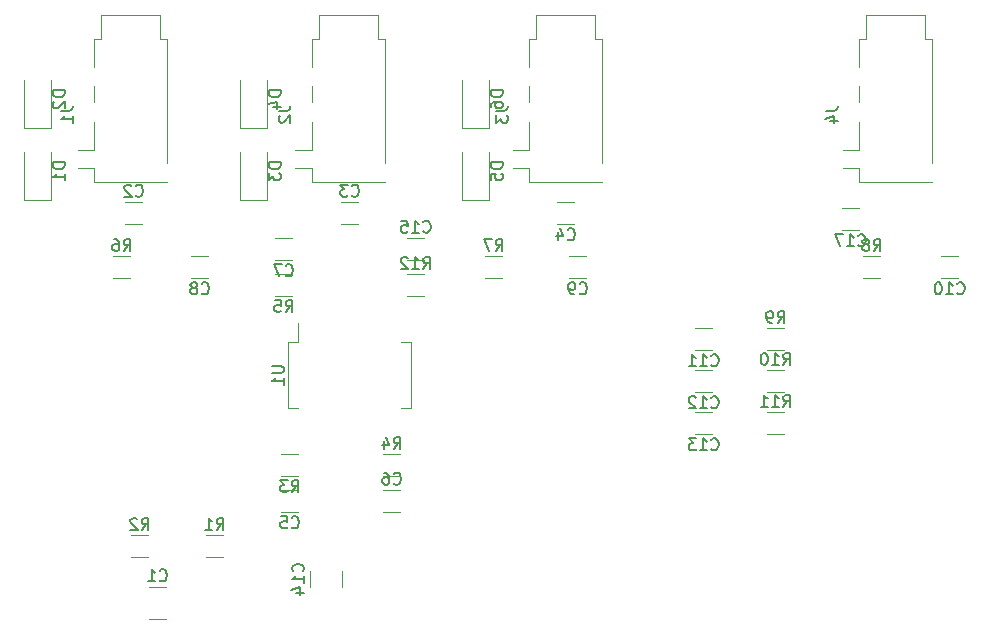
<source format=gbr>
%TF.GenerationSoftware,KiCad,Pcbnew,5.1.7-a382d34a8~87~ubuntu20.04.1*%
%TF.CreationDate,2020-10-16T18:55:23+02:00*%
%TF.ProjectId,3Channel-PiezoAmp,33436861-6e6e-4656-9c2d-5069657a6f41,rev?*%
%TF.SameCoordinates,Original*%
%TF.FileFunction,Legend,Bot*%
%TF.FilePolarity,Positive*%
%FSLAX46Y46*%
G04 Gerber Fmt 4.6, Leading zero omitted, Abs format (unit mm)*
G04 Created by KiCad (PCBNEW 5.1.7-a382d34a8~87~ubuntu20.04.1) date 2020-10-16 18:55:23*
%MOMM*%
%LPD*%
G01*
G04 APERTURE LIST*
%ADD10C,0.120000*%
%ADD11C,0.150000*%
G04 APERTURE END LIST*
D10*
%TO.C,C1*%
X55067252Y-99732000D02*
X53644748Y-99732000D01*
X55067252Y-102452000D02*
X53644748Y-102452000D01*
%TO.C,C14*%
X67220000Y-98348748D02*
X67220000Y-99771252D01*
X69940000Y-98348748D02*
X69940000Y-99771252D01*
%TO.C,D1*%
X45331000Y-62916000D02*
X45331000Y-66976000D01*
X45331000Y-66976000D02*
X43061000Y-66976000D01*
X43061000Y-66976000D02*
X43061000Y-62916000D01*
%TO.C,D2*%
X43061000Y-60880000D02*
X43061000Y-56820000D01*
X45331000Y-60880000D02*
X43061000Y-60880000D01*
X45331000Y-56820000D02*
X45331000Y-60880000D01*
%TO.C,D3*%
X63619000Y-62916000D02*
X63619000Y-66976000D01*
X63619000Y-66976000D02*
X61349000Y-66976000D01*
X61349000Y-66976000D02*
X61349000Y-62916000D01*
%TO.C,D4*%
X61349000Y-60880000D02*
X61349000Y-56820000D01*
X63619000Y-60880000D02*
X61349000Y-60880000D01*
X63619000Y-56820000D02*
X63619000Y-60880000D01*
%TO.C,D5*%
X80145000Y-66976000D02*
X80145000Y-62916000D01*
X82415000Y-66976000D02*
X80145000Y-66976000D01*
X82415000Y-62916000D02*
X82415000Y-66976000D01*
%TO.C,D6*%
X82415000Y-56820000D02*
X82415000Y-60880000D01*
X82415000Y-60880000D02*
X80145000Y-60880000D01*
X80145000Y-60880000D02*
X80145000Y-56820000D01*
%TO.C,R1*%
X59909064Y-95356000D02*
X58454936Y-95356000D01*
X59909064Y-97176000D02*
X58454936Y-97176000D01*
%TO.C,R2*%
X53559064Y-97176000D02*
X52104936Y-97176000D01*
X53559064Y-95356000D02*
X52104936Y-95356000D01*
%TO.C,R3*%
X64804936Y-90318000D02*
X66259064Y-90318000D01*
X64804936Y-88498000D02*
X66259064Y-88498000D01*
%TO.C,R4*%
X74895064Y-90318000D02*
X73440936Y-90318000D01*
X74895064Y-88498000D02*
X73440936Y-88498000D01*
%TO.C,R5*%
X64296936Y-75078000D02*
X65751064Y-75078000D01*
X64296936Y-73258000D02*
X65751064Y-73258000D01*
%TO.C,R6*%
X52035064Y-73554000D02*
X50580936Y-73554000D01*
X52035064Y-71734000D02*
X50580936Y-71734000D01*
%TO.C,R7*%
X83531064Y-71734000D02*
X82076936Y-71734000D01*
X83531064Y-73554000D02*
X82076936Y-73554000D01*
%TO.C,R8*%
X115535064Y-71734000D02*
X114080936Y-71734000D01*
X115535064Y-73554000D02*
X114080936Y-73554000D01*
%TO.C,R9*%
X107407064Y-77830000D02*
X105952936Y-77830000D01*
X107407064Y-79650000D02*
X105952936Y-79650000D01*
%TO.C,R10*%
X107407064Y-83206000D02*
X105952936Y-83206000D01*
X107407064Y-81386000D02*
X105952936Y-81386000D01*
%TO.C,R11*%
X107407064Y-86762000D02*
X105952936Y-86762000D01*
X107407064Y-84942000D02*
X105952936Y-84942000D01*
%TO.C,R12*%
X76927064Y-75078000D02*
X75472936Y-75078000D01*
X76927064Y-73258000D02*
X75472936Y-73258000D01*
%TO.C,U1*%
X66242000Y-79028000D02*
X66242000Y-77338000D01*
X65402000Y-79028000D02*
X66242000Y-79028000D01*
X65402000Y-81788000D02*
X65402000Y-79028000D01*
X65402000Y-84548000D02*
X66242000Y-84548000D01*
X65402000Y-81788000D02*
X65402000Y-84548000D01*
X75822000Y-79028000D02*
X74982000Y-79028000D01*
X75822000Y-81788000D02*
X75822000Y-79028000D01*
X75822000Y-84548000D02*
X74982000Y-84548000D01*
X75822000Y-81788000D02*
X75822000Y-84548000D01*
%TO.C,C2*%
X53035252Y-68982000D02*
X51612748Y-68982000D01*
X53035252Y-67162000D02*
X51612748Y-67162000D01*
%TO.C,C3*%
X71323252Y-68982000D02*
X69900748Y-68982000D01*
X71323252Y-67162000D02*
X69900748Y-67162000D01*
%TO.C,C4*%
X88188748Y-67162000D02*
X89611252Y-67162000D01*
X88188748Y-68982000D02*
X89611252Y-68982000D01*
%TO.C,C5*%
X64820748Y-93366000D02*
X66243252Y-93366000D01*
X64820748Y-91546000D02*
X66243252Y-91546000D01*
%TO.C,C6*%
X74879252Y-93366000D02*
X73456748Y-93366000D01*
X74879252Y-91546000D02*
X73456748Y-91546000D01*
%TO.C,C7*%
X64312748Y-72030000D02*
X65735252Y-72030000D01*
X64312748Y-70210000D02*
X65735252Y-70210000D01*
%TO.C,C8*%
X57200748Y-71734000D02*
X58623252Y-71734000D01*
X57200748Y-73554000D02*
X58623252Y-73554000D01*
%TO.C,C9*%
X89204748Y-71734000D02*
X90627252Y-71734000D01*
X89204748Y-73554000D02*
X90627252Y-73554000D01*
%TO.C,C10*%
X120700748Y-73554000D02*
X122123252Y-73554000D01*
X120700748Y-71734000D02*
X122123252Y-71734000D01*
%TO.C,C11*%
X99872748Y-79650000D02*
X101295252Y-79650000D01*
X99872748Y-77830000D02*
X101295252Y-77830000D01*
%TO.C,C12*%
X99872748Y-83206000D02*
X101295252Y-83206000D01*
X99872748Y-81386000D02*
X101295252Y-81386000D01*
%TO.C,C13*%
X99872748Y-86762000D02*
X101295252Y-86762000D01*
X99872748Y-84942000D02*
X101295252Y-84942000D01*
%TO.C,C15*%
X76911252Y-70210000D02*
X75488748Y-70210000D01*
X76911252Y-72030000D02*
X75488748Y-72030000D01*
%TO.C,C17*%
X112318748Y-67670000D02*
X113741252Y-67670000D01*
X112318748Y-69490000D02*
X113741252Y-69490000D01*
%TO.C,J1*%
X48970000Y-62740000D02*
X47570000Y-62740000D01*
X48970000Y-64290000D02*
X47570000Y-64290000D01*
X55170000Y-63840000D02*
X55170000Y-53315000D01*
X48970000Y-64290000D02*
X48970000Y-65415000D01*
X48970000Y-60340000D02*
X48970000Y-62740000D01*
X48970000Y-57340000D02*
X48970000Y-58690000D01*
X48970000Y-53315000D02*
X48970000Y-55690000D01*
X55170000Y-65415000D02*
X48970000Y-65415000D01*
X48970000Y-53315000D02*
X49570000Y-53315000D01*
X54570000Y-53315000D02*
X55170000Y-53315000D01*
X49570000Y-51315000D02*
X54570000Y-51315000D01*
X49570000Y-53315000D02*
X49570000Y-51315000D01*
X54570000Y-53315000D02*
X54570000Y-51315000D01*
%TO.C,J2*%
X72985000Y-53315000D02*
X72985000Y-51315000D01*
X67985000Y-53315000D02*
X67985000Y-51315000D01*
X67985000Y-51315000D02*
X72985000Y-51315000D01*
X72985000Y-53315000D02*
X73585000Y-53315000D01*
X67385000Y-53315000D02*
X67985000Y-53315000D01*
X73585000Y-65415000D02*
X67385000Y-65415000D01*
X67385000Y-53315000D02*
X67385000Y-55690000D01*
X67385000Y-57340000D02*
X67385000Y-58690000D01*
X67385000Y-60340000D02*
X67385000Y-62740000D01*
X67385000Y-64290000D02*
X67385000Y-65415000D01*
X73585000Y-63840000D02*
X73585000Y-53315000D01*
X67385000Y-64290000D02*
X65985000Y-64290000D01*
X67385000Y-62740000D02*
X65985000Y-62740000D01*
%TO.C,J3*%
X85800000Y-62740000D02*
X84400000Y-62740000D01*
X85800000Y-64290000D02*
X84400000Y-64290000D01*
X92000000Y-63840000D02*
X92000000Y-53315000D01*
X85800000Y-64290000D02*
X85800000Y-65415000D01*
X85800000Y-60340000D02*
X85800000Y-62740000D01*
X85800000Y-57340000D02*
X85800000Y-58690000D01*
X85800000Y-53315000D02*
X85800000Y-55690000D01*
X92000000Y-65415000D02*
X85800000Y-65415000D01*
X85800000Y-53315000D02*
X86400000Y-53315000D01*
X91400000Y-53315000D02*
X92000000Y-53315000D01*
X86400000Y-51315000D02*
X91400000Y-51315000D01*
X86400000Y-53315000D02*
X86400000Y-51315000D01*
X91400000Y-53315000D02*
X91400000Y-51315000D01*
%TO.C,J4*%
X119340000Y-53315000D02*
X119340000Y-51315000D01*
X114340000Y-53315000D02*
X114340000Y-51315000D01*
X114340000Y-51315000D02*
X119340000Y-51315000D01*
X119340000Y-53315000D02*
X119940000Y-53315000D01*
X113740000Y-53315000D02*
X114340000Y-53315000D01*
X119940000Y-65415000D02*
X113740000Y-65415000D01*
X113740000Y-53315000D02*
X113740000Y-55690000D01*
X113740000Y-57340000D02*
X113740000Y-58690000D01*
X113740000Y-60340000D02*
X113740000Y-62740000D01*
X113740000Y-64290000D02*
X113740000Y-65415000D01*
X119940000Y-63840000D02*
X119940000Y-53315000D01*
X113740000Y-64290000D02*
X112340000Y-64290000D01*
X113740000Y-62740000D02*
X112340000Y-62740000D01*
%TO.C,C1*%
D11*
X54522666Y-99149142D02*
X54570285Y-99196761D01*
X54713142Y-99244380D01*
X54808380Y-99244380D01*
X54951238Y-99196761D01*
X55046476Y-99101523D01*
X55094095Y-99006285D01*
X55141714Y-98815809D01*
X55141714Y-98672952D01*
X55094095Y-98482476D01*
X55046476Y-98387238D01*
X54951238Y-98292000D01*
X54808380Y-98244380D01*
X54713142Y-98244380D01*
X54570285Y-98292000D01*
X54522666Y-98339619D01*
X53570285Y-99244380D02*
X54141714Y-99244380D01*
X53856000Y-99244380D02*
X53856000Y-98244380D01*
X53951238Y-98387238D01*
X54046476Y-98482476D01*
X54141714Y-98530095D01*
%TO.C,C14*%
X66637142Y-98417142D02*
X66684761Y-98369523D01*
X66732380Y-98226666D01*
X66732380Y-98131428D01*
X66684761Y-97988571D01*
X66589523Y-97893333D01*
X66494285Y-97845714D01*
X66303809Y-97798095D01*
X66160952Y-97798095D01*
X65970476Y-97845714D01*
X65875238Y-97893333D01*
X65780000Y-97988571D01*
X65732380Y-98131428D01*
X65732380Y-98226666D01*
X65780000Y-98369523D01*
X65827619Y-98417142D01*
X66732380Y-99369523D02*
X66732380Y-98798095D01*
X66732380Y-99083809D02*
X65732380Y-99083809D01*
X65875238Y-98988571D01*
X65970476Y-98893333D01*
X66018095Y-98798095D01*
X66065714Y-100226666D02*
X66732380Y-100226666D01*
X65684761Y-99988571D02*
X66399047Y-99750476D01*
X66399047Y-100369523D01*
%TO.C,D1*%
X46468380Y-63777904D02*
X45468380Y-63777904D01*
X45468380Y-64016000D01*
X45516000Y-64158857D01*
X45611238Y-64254095D01*
X45706476Y-64301714D01*
X45896952Y-64349333D01*
X46039809Y-64349333D01*
X46230285Y-64301714D01*
X46325523Y-64254095D01*
X46420761Y-64158857D01*
X46468380Y-64016000D01*
X46468380Y-63777904D01*
X46468380Y-65301714D02*
X46468380Y-64730285D01*
X46468380Y-65016000D02*
X45468380Y-65016000D01*
X45611238Y-64920761D01*
X45706476Y-64825523D01*
X45754095Y-64730285D01*
%TO.C,D2*%
X46468380Y-57681904D02*
X45468380Y-57681904D01*
X45468380Y-57920000D01*
X45516000Y-58062857D01*
X45611238Y-58158095D01*
X45706476Y-58205714D01*
X45896952Y-58253333D01*
X46039809Y-58253333D01*
X46230285Y-58205714D01*
X46325523Y-58158095D01*
X46420761Y-58062857D01*
X46468380Y-57920000D01*
X46468380Y-57681904D01*
X45563619Y-58634285D02*
X45516000Y-58681904D01*
X45468380Y-58777142D01*
X45468380Y-59015238D01*
X45516000Y-59110476D01*
X45563619Y-59158095D01*
X45658857Y-59205714D01*
X45754095Y-59205714D01*
X45896952Y-59158095D01*
X46468380Y-58586666D01*
X46468380Y-59205714D01*
%TO.C,D3*%
X64756380Y-63777904D02*
X63756380Y-63777904D01*
X63756380Y-64016000D01*
X63804000Y-64158857D01*
X63899238Y-64254095D01*
X63994476Y-64301714D01*
X64184952Y-64349333D01*
X64327809Y-64349333D01*
X64518285Y-64301714D01*
X64613523Y-64254095D01*
X64708761Y-64158857D01*
X64756380Y-64016000D01*
X64756380Y-63777904D01*
X63756380Y-64682666D02*
X63756380Y-65301714D01*
X64137333Y-64968380D01*
X64137333Y-65111238D01*
X64184952Y-65206476D01*
X64232571Y-65254095D01*
X64327809Y-65301714D01*
X64565904Y-65301714D01*
X64661142Y-65254095D01*
X64708761Y-65206476D01*
X64756380Y-65111238D01*
X64756380Y-64825523D01*
X64708761Y-64730285D01*
X64661142Y-64682666D01*
%TO.C,D4*%
X64756380Y-57681904D02*
X63756380Y-57681904D01*
X63756380Y-57920000D01*
X63804000Y-58062857D01*
X63899238Y-58158095D01*
X63994476Y-58205714D01*
X64184952Y-58253333D01*
X64327809Y-58253333D01*
X64518285Y-58205714D01*
X64613523Y-58158095D01*
X64708761Y-58062857D01*
X64756380Y-57920000D01*
X64756380Y-57681904D01*
X64089714Y-59110476D02*
X64756380Y-59110476D01*
X63708761Y-58872380D02*
X64423047Y-58634285D01*
X64423047Y-59253333D01*
%TO.C,D5*%
X83552380Y-63777904D02*
X82552380Y-63777904D01*
X82552380Y-64016000D01*
X82600000Y-64158857D01*
X82695238Y-64254095D01*
X82790476Y-64301714D01*
X82980952Y-64349333D01*
X83123809Y-64349333D01*
X83314285Y-64301714D01*
X83409523Y-64254095D01*
X83504761Y-64158857D01*
X83552380Y-64016000D01*
X83552380Y-63777904D01*
X82552380Y-65254095D02*
X82552380Y-64777904D01*
X83028571Y-64730285D01*
X82980952Y-64777904D01*
X82933333Y-64873142D01*
X82933333Y-65111238D01*
X82980952Y-65206476D01*
X83028571Y-65254095D01*
X83123809Y-65301714D01*
X83361904Y-65301714D01*
X83457142Y-65254095D01*
X83504761Y-65206476D01*
X83552380Y-65111238D01*
X83552380Y-64873142D01*
X83504761Y-64777904D01*
X83457142Y-64730285D01*
%TO.C,D6*%
X83552380Y-57681904D02*
X82552380Y-57681904D01*
X82552380Y-57920000D01*
X82600000Y-58062857D01*
X82695238Y-58158095D01*
X82790476Y-58205714D01*
X82980952Y-58253333D01*
X83123809Y-58253333D01*
X83314285Y-58205714D01*
X83409523Y-58158095D01*
X83504761Y-58062857D01*
X83552380Y-57920000D01*
X83552380Y-57681904D01*
X82552380Y-59110476D02*
X82552380Y-58920000D01*
X82600000Y-58824761D01*
X82647619Y-58777142D01*
X82790476Y-58681904D01*
X82980952Y-58634285D01*
X83361904Y-58634285D01*
X83457142Y-58681904D01*
X83504761Y-58729523D01*
X83552380Y-58824761D01*
X83552380Y-59015238D01*
X83504761Y-59110476D01*
X83457142Y-59158095D01*
X83361904Y-59205714D01*
X83123809Y-59205714D01*
X83028571Y-59158095D01*
X82980952Y-59110476D01*
X82933333Y-59015238D01*
X82933333Y-58824761D01*
X82980952Y-58729523D01*
X83028571Y-58681904D01*
X83123809Y-58634285D01*
%TO.C,R1*%
X59348666Y-94898380D02*
X59682000Y-94422190D01*
X59920095Y-94898380D02*
X59920095Y-93898380D01*
X59539142Y-93898380D01*
X59443904Y-93946000D01*
X59396285Y-93993619D01*
X59348666Y-94088857D01*
X59348666Y-94231714D01*
X59396285Y-94326952D01*
X59443904Y-94374571D01*
X59539142Y-94422190D01*
X59920095Y-94422190D01*
X58396285Y-94898380D02*
X58967714Y-94898380D01*
X58682000Y-94898380D02*
X58682000Y-93898380D01*
X58777238Y-94041238D01*
X58872476Y-94136476D01*
X58967714Y-94184095D01*
%TO.C,R2*%
X52998666Y-94898380D02*
X53332000Y-94422190D01*
X53570095Y-94898380D02*
X53570095Y-93898380D01*
X53189142Y-93898380D01*
X53093904Y-93946000D01*
X53046285Y-93993619D01*
X52998666Y-94088857D01*
X52998666Y-94231714D01*
X53046285Y-94326952D01*
X53093904Y-94374571D01*
X53189142Y-94422190D01*
X53570095Y-94422190D01*
X52617714Y-93993619D02*
X52570095Y-93946000D01*
X52474857Y-93898380D01*
X52236761Y-93898380D01*
X52141523Y-93946000D01*
X52093904Y-93993619D01*
X52046285Y-94088857D01*
X52046285Y-94184095D01*
X52093904Y-94326952D01*
X52665333Y-94898380D01*
X52046285Y-94898380D01*
%TO.C,R3*%
X65698666Y-91680380D02*
X66032000Y-91204190D01*
X66270095Y-91680380D02*
X66270095Y-90680380D01*
X65889142Y-90680380D01*
X65793904Y-90728000D01*
X65746285Y-90775619D01*
X65698666Y-90870857D01*
X65698666Y-91013714D01*
X65746285Y-91108952D01*
X65793904Y-91156571D01*
X65889142Y-91204190D01*
X66270095Y-91204190D01*
X65365333Y-90680380D02*
X64746285Y-90680380D01*
X65079619Y-91061333D01*
X64936761Y-91061333D01*
X64841523Y-91108952D01*
X64793904Y-91156571D01*
X64746285Y-91251809D01*
X64746285Y-91489904D01*
X64793904Y-91585142D01*
X64841523Y-91632761D01*
X64936761Y-91680380D01*
X65222476Y-91680380D01*
X65317714Y-91632761D01*
X65365333Y-91585142D01*
%TO.C,R4*%
X74334666Y-88040380D02*
X74668000Y-87564190D01*
X74906095Y-88040380D02*
X74906095Y-87040380D01*
X74525142Y-87040380D01*
X74429904Y-87088000D01*
X74382285Y-87135619D01*
X74334666Y-87230857D01*
X74334666Y-87373714D01*
X74382285Y-87468952D01*
X74429904Y-87516571D01*
X74525142Y-87564190D01*
X74906095Y-87564190D01*
X73477523Y-87373714D02*
X73477523Y-88040380D01*
X73715619Y-86992761D02*
X73953714Y-87707047D01*
X73334666Y-87707047D01*
%TO.C,R5*%
X65190666Y-76440380D02*
X65524000Y-75964190D01*
X65762095Y-76440380D02*
X65762095Y-75440380D01*
X65381142Y-75440380D01*
X65285904Y-75488000D01*
X65238285Y-75535619D01*
X65190666Y-75630857D01*
X65190666Y-75773714D01*
X65238285Y-75868952D01*
X65285904Y-75916571D01*
X65381142Y-75964190D01*
X65762095Y-75964190D01*
X64285904Y-75440380D02*
X64762095Y-75440380D01*
X64809714Y-75916571D01*
X64762095Y-75868952D01*
X64666857Y-75821333D01*
X64428761Y-75821333D01*
X64333523Y-75868952D01*
X64285904Y-75916571D01*
X64238285Y-76011809D01*
X64238285Y-76249904D01*
X64285904Y-76345142D01*
X64333523Y-76392761D01*
X64428761Y-76440380D01*
X64666857Y-76440380D01*
X64762095Y-76392761D01*
X64809714Y-76345142D01*
%TO.C,R6*%
X51474666Y-71276380D02*
X51808000Y-70800190D01*
X52046095Y-71276380D02*
X52046095Y-70276380D01*
X51665142Y-70276380D01*
X51569904Y-70324000D01*
X51522285Y-70371619D01*
X51474666Y-70466857D01*
X51474666Y-70609714D01*
X51522285Y-70704952D01*
X51569904Y-70752571D01*
X51665142Y-70800190D01*
X52046095Y-70800190D01*
X50617523Y-70276380D02*
X50808000Y-70276380D01*
X50903238Y-70324000D01*
X50950857Y-70371619D01*
X51046095Y-70514476D01*
X51093714Y-70704952D01*
X51093714Y-71085904D01*
X51046095Y-71181142D01*
X50998476Y-71228761D01*
X50903238Y-71276380D01*
X50712761Y-71276380D01*
X50617523Y-71228761D01*
X50569904Y-71181142D01*
X50522285Y-71085904D01*
X50522285Y-70847809D01*
X50569904Y-70752571D01*
X50617523Y-70704952D01*
X50712761Y-70657333D01*
X50903238Y-70657333D01*
X50998476Y-70704952D01*
X51046095Y-70752571D01*
X51093714Y-70847809D01*
%TO.C,R7*%
X82970666Y-71276380D02*
X83304000Y-70800190D01*
X83542095Y-71276380D02*
X83542095Y-70276380D01*
X83161142Y-70276380D01*
X83065904Y-70324000D01*
X83018285Y-70371619D01*
X82970666Y-70466857D01*
X82970666Y-70609714D01*
X83018285Y-70704952D01*
X83065904Y-70752571D01*
X83161142Y-70800190D01*
X83542095Y-70800190D01*
X82637333Y-70276380D02*
X81970666Y-70276380D01*
X82399238Y-71276380D01*
%TO.C,R8*%
X114974666Y-71276380D02*
X115308000Y-70800190D01*
X115546095Y-71276380D02*
X115546095Y-70276380D01*
X115165142Y-70276380D01*
X115069904Y-70324000D01*
X115022285Y-70371619D01*
X114974666Y-70466857D01*
X114974666Y-70609714D01*
X115022285Y-70704952D01*
X115069904Y-70752571D01*
X115165142Y-70800190D01*
X115546095Y-70800190D01*
X114403238Y-70704952D02*
X114498476Y-70657333D01*
X114546095Y-70609714D01*
X114593714Y-70514476D01*
X114593714Y-70466857D01*
X114546095Y-70371619D01*
X114498476Y-70324000D01*
X114403238Y-70276380D01*
X114212761Y-70276380D01*
X114117523Y-70324000D01*
X114069904Y-70371619D01*
X114022285Y-70466857D01*
X114022285Y-70514476D01*
X114069904Y-70609714D01*
X114117523Y-70657333D01*
X114212761Y-70704952D01*
X114403238Y-70704952D01*
X114498476Y-70752571D01*
X114546095Y-70800190D01*
X114593714Y-70895428D01*
X114593714Y-71085904D01*
X114546095Y-71181142D01*
X114498476Y-71228761D01*
X114403238Y-71276380D01*
X114212761Y-71276380D01*
X114117523Y-71228761D01*
X114069904Y-71181142D01*
X114022285Y-71085904D01*
X114022285Y-70895428D01*
X114069904Y-70800190D01*
X114117523Y-70752571D01*
X114212761Y-70704952D01*
%TO.C,R9*%
X106846666Y-77372380D02*
X107180000Y-76896190D01*
X107418095Y-77372380D02*
X107418095Y-76372380D01*
X107037142Y-76372380D01*
X106941904Y-76420000D01*
X106894285Y-76467619D01*
X106846666Y-76562857D01*
X106846666Y-76705714D01*
X106894285Y-76800952D01*
X106941904Y-76848571D01*
X107037142Y-76896190D01*
X107418095Y-76896190D01*
X106370476Y-77372380D02*
X106180000Y-77372380D01*
X106084761Y-77324761D01*
X106037142Y-77277142D01*
X105941904Y-77134285D01*
X105894285Y-76943809D01*
X105894285Y-76562857D01*
X105941904Y-76467619D01*
X105989523Y-76420000D01*
X106084761Y-76372380D01*
X106275238Y-76372380D01*
X106370476Y-76420000D01*
X106418095Y-76467619D01*
X106465714Y-76562857D01*
X106465714Y-76800952D01*
X106418095Y-76896190D01*
X106370476Y-76943809D01*
X106275238Y-76991428D01*
X106084761Y-76991428D01*
X105989523Y-76943809D01*
X105941904Y-76896190D01*
X105894285Y-76800952D01*
%TO.C,R10*%
X107322857Y-80928380D02*
X107656190Y-80452190D01*
X107894285Y-80928380D02*
X107894285Y-79928380D01*
X107513333Y-79928380D01*
X107418095Y-79976000D01*
X107370476Y-80023619D01*
X107322857Y-80118857D01*
X107322857Y-80261714D01*
X107370476Y-80356952D01*
X107418095Y-80404571D01*
X107513333Y-80452190D01*
X107894285Y-80452190D01*
X106370476Y-80928380D02*
X106941904Y-80928380D01*
X106656190Y-80928380D02*
X106656190Y-79928380D01*
X106751428Y-80071238D01*
X106846666Y-80166476D01*
X106941904Y-80214095D01*
X105751428Y-79928380D02*
X105656190Y-79928380D01*
X105560952Y-79976000D01*
X105513333Y-80023619D01*
X105465714Y-80118857D01*
X105418095Y-80309333D01*
X105418095Y-80547428D01*
X105465714Y-80737904D01*
X105513333Y-80833142D01*
X105560952Y-80880761D01*
X105656190Y-80928380D01*
X105751428Y-80928380D01*
X105846666Y-80880761D01*
X105894285Y-80833142D01*
X105941904Y-80737904D01*
X105989523Y-80547428D01*
X105989523Y-80309333D01*
X105941904Y-80118857D01*
X105894285Y-80023619D01*
X105846666Y-79976000D01*
X105751428Y-79928380D01*
%TO.C,R11*%
X107322857Y-84484380D02*
X107656190Y-84008190D01*
X107894285Y-84484380D02*
X107894285Y-83484380D01*
X107513333Y-83484380D01*
X107418095Y-83532000D01*
X107370476Y-83579619D01*
X107322857Y-83674857D01*
X107322857Y-83817714D01*
X107370476Y-83912952D01*
X107418095Y-83960571D01*
X107513333Y-84008190D01*
X107894285Y-84008190D01*
X106370476Y-84484380D02*
X106941904Y-84484380D01*
X106656190Y-84484380D02*
X106656190Y-83484380D01*
X106751428Y-83627238D01*
X106846666Y-83722476D01*
X106941904Y-83770095D01*
X105418095Y-84484380D02*
X105989523Y-84484380D01*
X105703809Y-84484380D02*
X105703809Y-83484380D01*
X105799047Y-83627238D01*
X105894285Y-83722476D01*
X105989523Y-83770095D01*
%TO.C,R12*%
X76842857Y-72800380D02*
X77176190Y-72324190D01*
X77414285Y-72800380D02*
X77414285Y-71800380D01*
X77033333Y-71800380D01*
X76938095Y-71848000D01*
X76890476Y-71895619D01*
X76842857Y-71990857D01*
X76842857Y-72133714D01*
X76890476Y-72228952D01*
X76938095Y-72276571D01*
X77033333Y-72324190D01*
X77414285Y-72324190D01*
X75890476Y-72800380D02*
X76461904Y-72800380D01*
X76176190Y-72800380D02*
X76176190Y-71800380D01*
X76271428Y-71943238D01*
X76366666Y-72038476D01*
X76461904Y-72086095D01*
X75509523Y-71895619D02*
X75461904Y-71848000D01*
X75366666Y-71800380D01*
X75128571Y-71800380D01*
X75033333Y-71848000D01*
X74985714Y-71895619D01*
X74938095Y-71990857D01*
X74938095Y-72086095D01*
X74985714Y-72228952D01*
X75557142Y-72800380D01*
X74938095Y-72800380D01*
%TO.C,U1*%
X64014380Y-81026095D02*
X64823904Y-81026095D01*
X64919142Y-81073714D01*
X64966761Y-81121333D01*
X65014380Y-81216571D01*
X65014380Y-81407047D01*
X64966761Y-81502285D01*
X64919142Y-81549904D01*
X64823904Y-81597523D01*
X64014380Y-81597523D01*
X65014380Y-82597523D02*
X65014380Y-82026095D01*
X65014380Y-82311809D02*
X64014380Y-82311809D01*
X64157238Y-82216571D01*
X64252476Y-82121333D01*
X64300095Y-82026095D01*
%TO.C,C2*%
X52490666Y-66579142D02*
X52538285Y-66626761D01*
X52681142Y-66674380D01*
X52776380Y-66674380D01*
X52919238Y-66626761D01*
X53014476Y-66531523D01*
X53062095Y-66436285D01*
X53109714Y-66245809D01*
X53109714Y-66102952D01*
X53062095Y-65912476D01*
X53014476Y-65817238D01*
X52919238Y-65722000D01*
X52776380Y-65674380D01*
X52681142Y-65674380D01*
X52538285Y-65722000D01*
X52490666Y-65769619D01*
X52109714Y-65769619D02*
X52062095Y-65722000D01*
X51966857Y-65674380D01*
X51728761Y-65674380D01*
X51633523Y-65722000D01*
X51585904Y-65769619D01*
X51538285Y-65864857D01*
X51538285Y-65960095D01*
X51585904Y-66102952D01*
X52157333Y-66674380D01*
X51538285Y-66674380D01*
%TO.C,C3*%
X70778666Y-66579142D02*
X70826285Y-66626761D01*
X70969142Y-66674380D01*
X71064380Y-66674380D01*
X71207238Y-66626761D01*
X71302476Y-66531523D01*
X71350095Y-66436285D01*
X71397714Y-66245809D01*
X71397714Y-66102952D01*
X71350095Y-65912476D01*
X71302476Y-65817238D01*
X71207238Y-65722000D01*
X71064380Y-65674380D01*
X70969142Y-65674380D01*
X70826285Y-65722000D01*
X70778666Y-65769619D01*
X70445333Y-65674380D02*
X69826285Y-65674380D01*
X70159619Y-66055333D01*
X70016761Y-66055333D01*
X69921523Y-66102952D01*
X69873904Y-66150571D01*
X69826285Y-66245809D01*
X69826285Y-66483904D01*
X69873904Y-66579142D01*
X69921523Y-66626761D01*
X70016761Y-66674380D01*
X70302476Y-66674380D01*
X70397714Y-66626761D01*
X70445333Y-66579142D01*
%TO.C,C4*%
X89066666Y-70279142D02*
X89114285Y-70326761D01*
X89257142Y-70374380D01*
X89352380Y-70374380D01*
X89495238Y-70326761D01*
X89590476Y-70231523D01*
X89638095Y-70136285D01*
X89685714Y-69945809D01*
X89685714Y-69802952D01*
X89638095Y-69612476D01*
X89590476Y-69517238D01*
X89495238Y-69422000D01*
X89352380Y-69374380D01*
X89257142Y-69374380D01*
X89114285Y-69422000D01*
X89066666Y-69469619D01*
X88209523Y-69707714D02*
X88209523Y-70374380D01*
X88447619Y-69326761D02*
X88685714Y-70041047D01*
X88066666Y-70041047D01*
%TO.C,C5*%
X65698666Y-94663142D02*
X65746285Y-94710761D01*
X65889142Y-94758380D01*
X65984380Y-94758380D01*
X66127238Y-94710761D01*
X66222476Y-94615523D01*
X66270095Y-94520285D01*
X66317714Y-94329809D01*
X66317714Y-94186952D01*
X66270095Y-93996476D01*
X66222476Y-93901238D01*
X66127238Y-93806000D01*
X65984380Y-93758380D01*
X65889142Y-93758380D01*
X65746285Y-93806000D01*
X65698666Y-93853619D01*
X64793904Y-93758380D02*
X65270095Y-93758380D01*
X65317714Y-94234571D01*
X65270095Y-94186952D01*
X65174857Y-94139333D01*
X64936761Y-94139333D01*
X64841523Y-94186952D01*
X64793904Y-94234571D01*
X64746285Y-94329809D01*
X64746285Y-94567904D01*
X64793904Y-94663142D01*
X64841523Y-94710761D01*
X64936761Y-94758380D01*
X65174857Y-94758380D01*
X65270095Y-94710761D01*
X65317714Y-94663142D01*
%TO.C,C6*%
X74334666Y-90963142D02*
X74382285Y-91010761D01*
X74525142Y-91058380D01*
X74620380Y-91058380D01*
X74763238Y-91010761D01*
X74858476Y-90915523D01*
X74906095Y-90820285D01*
X74953714Y-90629809D01*
X74953714Y-90486952D01*
X74906095Y-90296476D01*
X74858476Y-90201238D01*
X74763238Y-90106000D01*
X74620380Y-90058380D01*
X74525142Y-90058380D01*
X74382285Y-90106000D01*
X74334666Y-90153619D01*
X73477523Y-90058380D02*
X73668000Y-90058380D01*
X73763238Y-90106000D01*
X73810857Y-90153619D01*
X73906095Y-90296476D01*
X73953714Y-90486952D01*
X73953714Y-90867904D01*
X73906095Y-90963142D01*
X73858476Y-91010761D01*
X73763238Y-91058380D01*
X73572761Y-91058380D01*
X73477523Y-91010761D01*
X73429904Y-90963142D01*
X73382285Y-90867904D01*
X73382285Y-90629809D01*
X73429904Y-90534571D01*
X73477523Y-90486952D01*
X73572761Y-90439333D01*
X73763238Y-90439333D01*
X73858476Y-90486952D01*
X73906095Y-90534571D01*
X73953714Y-90629809D01*
%TO.C,C7*%
X65190666Y-73327142D02*
X65238285Y-73374761D01*
X65381142Y-73422380D01*
X65476380Y-73422380D01*
X65619238Y-73374761D01*
X65714476Y-73279523D01*
X65762095Y-73184285D01*
X65809714Y-72993809D01*
X65809714Y-72850952D01*
X65762095Y-72660476D01*
X65714476Y-72565238D01*
X65619238Y-72470000D01*
X65476380Y-72422380D01*
X65381142Y-72422380D01*
X65238285Y-72470000D01*
X65190666Y-72517619D01*
X64857333Y-72422380D02*
X64190666Y-72422380D01*
X64619238Y-73422380D01*
%TO.C,C8*%
X58078666Y-74851142D02*
X58126285Y-74898761D01*
X58269142Y-74946380D01*
X58364380Y-74946380D01*
X58507238Y-74898761D01*
X58602476Y-74803523D01*
X58650095Y-74708285D01*
X58697714Y-74517809D01*
X58697714Y-74374952D01*
X58650095Y-74184476D01*
X58602476Y-74089238D01*
X58507238Y-73994000D01*
X58364380Y-73946380D01*
X58269142Y-73946380D01*
X58126285Y-73994000D01*
X58078666Y-74041619D01*
X57507238Y-74374952D02*
X57602476Y-74327333D01*
X57650095Y-74279714D01*
X57697714Y-74184476D01*
X57697714Y-74136857D01*
X57650095Y-74041619D01*
X57602476Y-73994000D01*
X57507238Y-73946380D01*
X57316761Y-73946380D01*
X57221523Y-73994000D01*
X57173904Y-74041619D01*
X57126285Y-74136857D01*
X57126285Y-74184476D01*
X57173904Y-74279714D01*
X57221523Y-74327333D01*
X57316761Y-74374952D01*
X57507238Y-74374952D01*
X57602476Y-74422571D01*
X57650095Y-74470190D01*
X57697714Y-74565428D01*
X57697714Y-74755904D01*
X57650095Y-74851142D01*
X57602476Y-74898761D01*
X57507238Y-74946380D01*
X57316761Y-74946380D01*
X57221523Y-74898761D01*
X57173904Y-74851142D01*
X57126285Y-74755904D01*
X57126285Y-74565428D01*
X57173904Y-74470190D01*
X57221523Y-74422571D01*
X57316761Y-74374952D01*
%TO.C,C9*%
X90082666Y-74851142D02*
X90130285Y-74898761D01*
X90273142Y-74946380D01*
X90368380Y-74946380D01*
X90511238Y-74898761D01*
X90606476Y-74803523D01*
X90654095Y-74708285D01*
X90701714Y-74517809D01*
X90701714Y-74374952D01*
X90654095Y-74184476D01*
X90606476Y-74089238D01*
X90511238Y-73994000D01*
X90368380Y-73946380D01*
X90273142Y-73946380D01*
X90130285Y-73994000D01*
X90082666Y-74041619D01*
X89606476Y-74946380D02*
X89416000Y-74946380D01*
X89320761Y-74898761D01*
X89273142Y-74851142D01*
X89177904Y-74708285D01*
X89130285Y-74517809D01*
X89130285Y-74136857D01*
X89177904Y-74041619D01*
X89225523Y-73994000D01*
X89320761Y-73946380D01*
X89511238Y-73946380D01*
X89606476Y-73994000D01*
X89654095Y-74041619D01*
X89701714Y-74136857D01*
X89701714Y-74374952D01*
X89654095Y-74470190D01*
X89606476Y-74517809D01*
X89511238Y-74565428D01*
X89320761Y-74565428D01*
X89225523Y-74517809D01*
X89177904Y-74470190D01*
X89130285Y-74374952D01*
%TO.C,C10*%
X122054857Y-74851142D02*
X122102476Y-74898761D01*
X122245333Y-74946380D01*
X122340571Y-74946380D01*
X122483428Y-74898761D01*
X122578666Y-74803523D01*
X122626285Y-74708285D01*
X122673904Y-74517809D01*
X122673904Y-74374952D01*
X122626285Y-74184476D01*
X122578666Y-74089238D01*
X122483428Y-73994000D01*
X122340571Y-73946380D01*
X122245333Y-73946380D01*
X122102476Y-73994000D01*
X122054857Y-74041619D01*
X121102476Y-74946380D02*
X121673904Y-74946380D01*
X121388190Y-74946380D02*
X121388190Y-73946380D01*
X121483428Y-74089238D01*
X121578666Y-74184476D01*
X121673904Y-74232095D01*
X120483428Y-73946380D02*
X120388190Y-73946380D01*
X120292952Y-73994000D01*
X120245333Y-74041619D01*
X120197714Y-74136857D01*
X120150095Y-74327333D01*
X120150095Y-74565428D01*
X120197714Y-74755904D01*
X120245333Y-74851142D01*
X120292952Y-74898761D01*
X120388190Y-74946380D01*
X120483428Y-74946380D01*
X120578666Y-74898761D01*
X120626285Y-74851142D01*
X120673904Y-74755904D01*
X120721523Y-74565428D01*
X120721523Y-74327333D01*
X120673904Y-74136857D01*
X120626285Y-74041619D01*
X120578666Y-73994000D01*
X120483428Y-73946380D01*
%TO.C,C11*%
X101226857Y-80947142D02*
X101274476Y-80994761D01*
X101417333Y-81042380D01*
X101512571Y-81042380D01*
X101655428Y-80994761D01*
X101750666Y-80899523D01*
X101798285Y-80804285D01*
X101845904Y-80613809D01*
X101845904Y-80470952D01*
X101798285Y-80280476D01*
X101750666Y-80185238D01*
X101655428Y-80090000D01*
X101512571Y-80042380D01*
X101417333Y-80042380D01*
X101274476Y-80090000D01*
X101226857Y-80137619D01*
X100274476Y-81042380D02*
X100845904Y-81042380D01*
X100560190Y-81042380D02*
X100560190Y-80042380D01*
X100655428Y-80185238D01*
X100750666Y-80280476D01*
X100845904Y-80328095D01*
X99322095Y-81042380D02*
X99893523Y-81042380D01*
X99607809Y-81042380D02*
X99607809Y-80042380D01*
X99703047Y-80185238D01*
X99798285Y-80280476D01*
X99893523Y-80328095D01*
%TO.C,C12*%
X101226857Y-84503142D02*
X101274476Y-84550761D01*
X101417333Y-84598380D01*
X101512571Y-84598380D01*
X101655428Y-84550761D01*
X101750666Y-84455523D01*
X101798285Y-84360285D01*
X101845904Y-84169809D01*
X101845904Y-84026952D01*
X101798285Y-83836476D01*
X101750666Y-83741238D01*
X101655428Y-83646000D01*
X101512571Y-83598380D01*
X101417333Y-83598380D01*
X101274476Y-83646000D01*
X101226857Y-83693619D01*
X100274476Y-84598380D02*
X100845904Y-84598380D01*
X100560190Y-84598380D02*
X100560190Y-83598380D01*
X100655428Y-83741238D01*
X100750666Y-83836476D01*
X100845904Y-83884095D01*
X99893523Y-83693619D02*
X99845904Y-83646000D01*
X99750666Y-83598380D01*
X99512571Y-83598380D01*
X99417333Y-83646000D01*
X99369714Y-83693619D01*
X99322095Y-83788857D01*
X99322095Y-83884095D01*
X99369714Y-84026952D01*
X99941142Y-84598380D01*
X99322095Y-84598380D01*
%TO.C,C13*%
X101226857Y-88059142D02*
X101274476Y-88106761D01*
X101417333Y-88154380D01*
X101512571Y-88154380D01*
X101655428Y-88106761D01*
X101750666Y-88011523D01*
X101798285Y-87916285D01*
X101845904Y-87725809D01*
X101845904Y-87582952D01*
X101798285Y-87392476D01*
X101750666Y-87297238D01*
X101655428Y-87202000D01*
X101512571Y-87154380D01*
X101417333Y-87154380D01*
X101274476Y-87202000D01*
X101226857Y-87249619D01*
X100274476Y-88154380D02*
X100845904Y-88154380D01*
X100560190Y-88154380D02*
X100560190Y-87154380D01*
X100655428Y-87297238D01*
X100750666Y-87392476D01*
X100845904Y-87440095D01*
X99941142Y-87154380D02*
X99322095Y-87154380D01*
X99655428Y-87535333D01*
X99512571Y-87535333D01*
X99417333Y-87582952D01*
X99369714Y-87630571D01*
X99322095Y-87725809D01*
X99322095Y-87963904D01*
X99369714Y-88059142D01*
X99417333Y-88106761D01*
X99512571Y-88154380D01*
X99798285Y-88154380D01*
X99893523Y-88106761D01*
X99941142Y-88059142D01*
%TO.C,C15*%
X76842857Y-69627142D02*
X76890476Y-69674761D01*
X77033333Y-69722380D01*
X77128571Y-69722380D01*
X77271428Y-69674761D01*
X77366666Y-69579523D01*
X77414285Y-69484285D01*
X77461904Y-69293809D01*
X77461904Y-69150952D01*
X77414285Y-68960476D01*
X77366666Y-68865238D01*
X77271428Y-68770000D01*
X77128571Y-68722380D01*
X77033333Y-68722380D01*
X76890476Y-68770000D01*
X76842857Y-68817619D01*
X75890476Y-69722380D02*
X76461904Y-69722380D01*
X76176190Y-69722380D02*
X76176190Y-68722380D01*
X76271428Y-68865238D01*
X76366666Y-68960476D01*
X76461904Y-69008095D01*
X74985714Y-68722380D02*
X75461904Y-68722380D01*
X75509523Y-69198571D01*
X75461904Y-69150952D01*
X75366666Y-69103333D01*
X75128571Y-69103333D01*
X75033333Y-69150952D01*
X74985714Y-69198571D01*
X74938095Y-69293809D01*
X74938095Y-69531904D01*
X74985714Y-69627142D01*
X75033333Y-69674761D01*
X75128571Y-69722380D01*
X75366666Y-69722380D01*
X75461904Y-69674761D01*
X75509523Y-69627142D01*
%TO.C,C17*%
X113672857Y-70787142D02*
X113720476Y-70834761D01*
X113863333Y-70882380D01*
X113958571Y-70882380D01*
X114101428Y-70834761D01*
X114196666Y-70739523D01*
X114244285Y-70644285D01*
X114291904Y-70453809D01*
X114291904Y-70310952D01*
X114244285Y-70120476D01*
X114196666Y-70025238D01*
X114101428Y-69930000D01*
X113958571Y-69882380D01*
X113863333Y-69882380D01*
X113720476Y-69930000D01*
X113672857Y-69977619D01*
X112720476Y-70882380D02*
X113291904Y-70882380D01*
X113006190Y-70882380D02*
X113006190Y-69882380D01*
X113101428Y-70025238D01*
X113196666Y-70120476D01*
X113291904Y-70168095D01*
X112387142Y-69882380D02*
X111720476Y-69882380D01*
X112149047Y-70882380D01*
%TO.C,J1*%
X46172380Y-59406666D02*
X46886666Y-59406666D01*
X47029523Y-59359047D01*
X47124761Y-59263809D01*
X47172380Y-59120952D01*
X47172380Y-59025714D01*
X47172380Y-60406666D02*
X47172380Y-59835238D01*
X47172380Y-60120952D02*
X46172380Y-60120952D01*
X46315238Y-60025714D01*
X46410476Y-59930476D01*
X46458095Y-59835238D01*
%TO.C,J2*%
X64587380Y-59406666D02*
X65301666Y-59406666D01*
X65444523Y-59359047D01*
X65539761Y-59263809D01*
X65587380Y-59120952D01*
X65587380Y-59025714D01*
X64682619Y-59835238D02*
X64635000Y-59882857D01*
X64587380Y-59978095D01*
X64587380Y-60216190D01*
X64635000Y-60311428D01*
X64682619Y-60359047D01*
X64777857Y-60406666D01*
X64873095Y-60406666D01*
X65015952Y-60359047D01*
X65587380Y-59787619D01*
X65587380Y-60406666D01*
%TO.C,J3*%
X83002380Y-59406666D02*
X83716666Y-59406666D01*
X83859523Y-59359047D01*
X83954761Y-59263809D01*
X84002380Y-59120952D01*
X84002380Y-59025714D01*
X83002380Y-59787619D02*
X83002380Y-60406666D01*
X83383333Y-60073333D01*
X83383333Y-60216190D01*
X83430952Y-60311428D01*
X83478571Y-60359047D01*
X83573809Y-60406666D01*
X83811904Y-60406666D01*
X83907142Y-60359047D01*
X83954761Y-60311428D01*
X84002380Y-60216190D01*
X84002380Y-59930476D01*
X83954761Y-59835238D01*
X83907142Y-59787619D01*
%TO.C,J4*%
X110942380Y-59406666D02*
X111656666Y-59406666D01*
X111799523Y-59359047D01*
X111894761Y-59263809D01*
X111942380Y-59120952D01*
X111942380Y-59025714D01*
X111275714Y-60311428D02*
X111942380Y-60311428D01*
X110894761Y-60073333D02*
X111609047Y-59835238D01*
X111609047Y-60454285D01*
%TD*%
M02*

</source>
